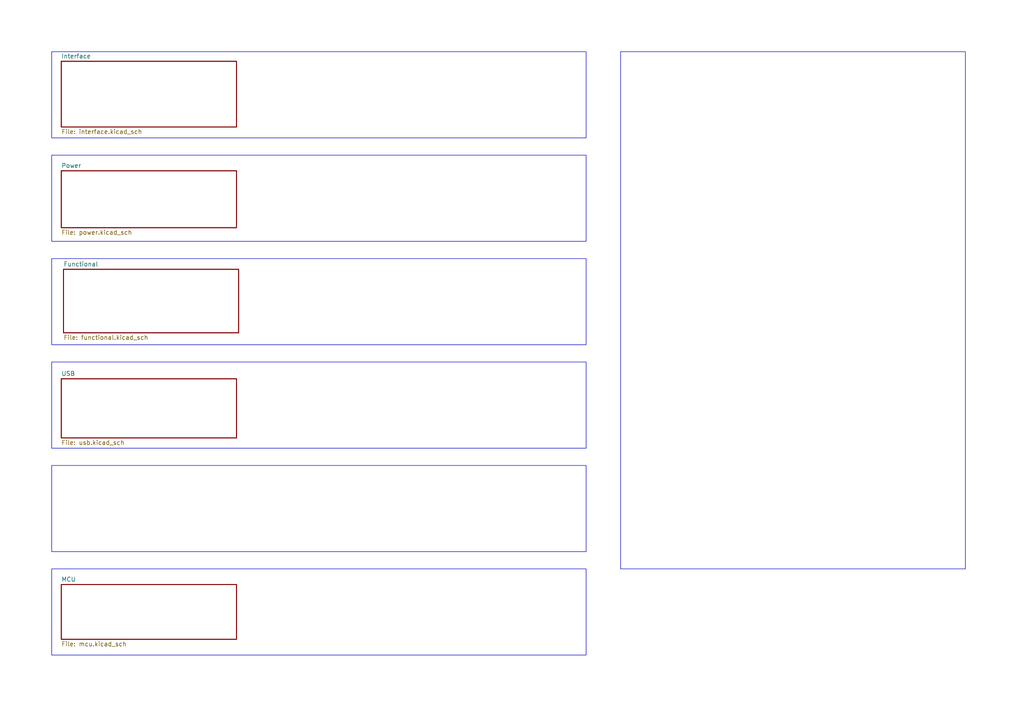
<source format=kicad_sch>
(kicad_sch
	(version 20231120)
	(generator "eeschema")
	(generator_version "8.0")
	(uuid "84b8b555-aaa5-476b-b0f2-2d0f894bf0e6")
	(paper "A4")
	(title_block
		(title "Test1")
		(date "2024-04-30")
		(rev "v1")
		(company "InFlynn Technologies")
	)
	(lib_symbols)
	(rectangle
		(start 15 165)
		(end 170 190)
		(stroke
			(width 0)
			(type default)
		)
		(fill
			(type none)
		)
		(uuid 5bbcba7b-4b56-4013-94eb-babc7d10e3d1)
	)
	(rectangle
		(start 15 75)
		(end 170 100)
		(stroke
			(width 0)
			(type default)
		)
		(fill
			(type none)
		)
		(uuid 79651487-5fa3-42aa-957a-24d2eea73946)
	)
	(rectangle
		(start 15 15)
		(end 170 40)
		(stroke
			(width 0)
			(type default)
		)
		(fill
			(type none)
		)
		(uuid 8239fb1d-2a47-4a53-b4dc-6de976563f64)
	)
	(rectangle
		(start 15 45)
		(end 170 70)
		(stroke
			(width 0)
			(type default)
		)
		(fill
			(type none)
		)
		(uuid 845627f2-22d7-4089-a6da-b9aaf9903d5f)
	)
	(rectangle
		(start 15 105)
		(end 170 130)
		(stroke
			(width 0)
			(type default)
		)
		(fill
			(type none)
		)
		(uuid a33f3c59-bd11-48a7-869b-b4bea3e6e65d)
	)
	(rectangle
		(start 15 135)
		(end 170 160)
		(stroke
			(width 0)
			(type default)
		)
		(fill
			(type none)
		)
		(uuid c326f334-67bb-4728-9a87-36aaf705ff46)
	)
	(rectangle
		(start 180 15)
		(end 280 165)
		(stroke
			(width 0)
			(type default)
		)
		(fill
			(type none)
		)
		(uuid fc803159-d581-4f60-bb09-e8d2d39c50a7)
	)
	(sheet
		(at 17.78 169.545)
		(size 50.8 15.875)
		(fields_autoplaced yes)
		(stroke
			(width 0.25)
			(type solid)
		)
		(fill
			(color 0 0 0 0.0000)
		)
		(uuid "365404b6-d1fa-4571-8ebc-5e079dd57407")
		(property "Sheetname" "MCU"
			(at 17.78 168.7846 0)
			(effects
				(font
					(size 1.27 1.27)
				)
				(justify left bottom)
			)
		)
		(property "Sheetfile" "mcu.kicad_sch"
			(at 17.78 186.0534 0)
			(effects
				(font
					(size 1.27 1.27)
				)
				(justify left top)
			)
		)
		(instances
			(project "apex"
				(path "/84b8b555-aaa5-476b-b0f2-2d0f894bf0e6"
					(page "5")
				)
			)
		)
	)
	(sheet
		(at 17.78 109.855)
		(size 50.8 17.145)
		(fields_autoplaced yes)
		(stroke
			(width 0.25)
			(type solid)
		)
		(fill
			(color 0 0 0 0.0000)
		)
		(uuid "4cda7d87-7e9e-45c2-9c67-fc3e262886b2")
		(property "Sheetname" "USB"
			(at 17.78 109.0946 0)
			(effects
				(font
					(size 1.27 1.27)
				)
				(justify left bottom)
			)
		)
		(property "Sheetfile" "usb.kicad_sch"
			(at 17.78 127.6334 0)
			(effects
				(font
					(size 1.27 1.27)
				)
				(justify left top)
			)
		)
		(instances
			(project "apex"
				(path "/84b8b555-aaa5-476b-b0f2-2d0f894bf0e6"
					(page "6")
				)
			)
		)
	)
	(sheet
		(at 18.415 78.105)
		(size 50.8 18.415)
		(fields_autoplaced yes)
		(stroke
			(width 0.25)
			(type solid)
		)
		(fill
			(color 0 0 0 0.0000)
		)
		(uuid "78c21403-ffcb-46c5-947f-0d10efc80782")
		(property "Sheetname" "Functional"
			(at 18.415 77.3446 0)
			(effects
				(font
					(size 1.27 1.27)
				)
				(justify left bottom)
			)
		)
		(property "Sheetfile" "functional.kicad_sch"
			(at 18.415 97.1534 0)
			(effects
				(font
					(size 1.27 1.27)
				)
				(justify left top)
			)
		)
		(instances
			(project "apex"
				(path "/84b8b555-aaa5-476b-b0f2-2d0f894bf0e6"
					(page "4")
				)
			)
		)
	)
	(sheet
		(at 17.78 49.53)
		(size 50.8 16.51)
		(fields_autoplaced yes)
		(stroke
			(width 0.25)
			(type solid)
		)
		(fill
			(color 0 0 0 0.0000)
		)
		(uuid "a701d762-b252-403b-8728-bc73938b4456")
		(property "Sheetname" "Power"
			(at 17.78 48.7696 0)
			(effects
				(font
					(size 1.27 1.27)
				)
				(justify left bottom)
			)
		)
		(property "Sheetfile" "power.kicad_sch"
			(at 17.78 66.6734 0)
			(effects
				(font
					(size 1.27 1.27)
				)
				(justify left top)
			)
		)
		(instances
			(project "apex"
				(path "/84b8b555-aaa5-476b-b0f2-2d0f894bf0e6"
					(page "3")
				)
			)
		)
	)
	(sheet
		(at 17.78 17.78)
		(size 50.8 19.05)
		(fields_autoplaced yes)
		(stroke
			(width 0.25)
			(type solid)
		)
		(fill
			(color 0 0 0 0.0000)
		)
		(uuid "d2dc332a-c338-4a69-99f1-0c9e2dd47533")
		(property "Sheetname" "Interface"
			(at 17.78 17.0196 0)
			(effects
				(font
					(size 1.27 1.27)
				)
				(justify left bottom)
			)
		)
		(property "Sheetfile" "interface.kicad_sch"
			(at 17.78 37.4634 0)
			(effects
				(font
					(size 1.27 1.27)
				)
				(justify left top)
			)
		)
		(instances
			(project "apex"
				(path "/84b8b555-aaa5-476b-b0f2-2d0f894bf0e6"
					(page "2")
				)
			)
		)
	)
	(sheet_instances
		(path "/"
			(page "1")
		)
	)
)

</source>
